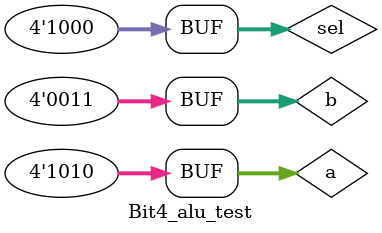
<source format=v>
`timescale 1ns/1ps
module Bit4_alu_test;
  reg [3:0]a,b,sel;
  wire [4:0]y;
  Bit4_alu uut(.a(a),.b(b),.sel(sel),.y(y));
  initial begin
    $monitor("a=%b b=%b sel=%b | y=%b",a,b,sel,y);
  end
  initial begin
        a = 4'b0011; b = 4'b1001; sel = 4'b0000;
    #10 a = 4'b1010;b=4'b1001; sel = 4'b0001;
    #10 a = 4'b1111;b=4'b1010; sel = 4'b0010;
    #10 a = 4'b1001; b = 4'b0110; sel = 4'b0011;
    #10 a = 4'b0010; b = 4'b0110; sel = 4'b0100;
    #10 a = 4'b1001; b = 4'b1010; sel = 4'b0101;
    #10 a = 4'b1010; sel = 4'b0110;
    #10 a = 4'b1111; b = 4'b0001; sel = 4'b0111;
    #10 a = 4'b1010; b = 4'b0011; sel = 4'b1000;
  end 
endmodule

</source>
